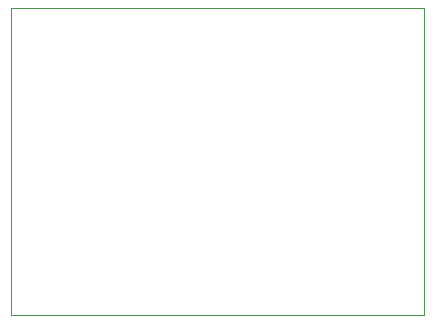
<source format=gbr>
%TF.GenerationSoftware,KiCad,Pcbnew,7.0.6*%
%TF.CreationDate,2023-11-15T02:00:31-08:00*%
%TF.ProjectId,ch422_demo,63683432-325f-4646-956d-6f2e6b696361,rev?*%
%TF.SameCoordinates,PX20015c0PY103b460*%
%TF.FileFunction,Profile,NP*%
%FSLAX46Y46*%
G04 Gerber Fmt 4.6, Leading zero omitted, Abs format (unit mm)*
G04 Created by KiCad (PCBNEW 7.0.6) date 2023-11-15 02:00:31*
%MOMM*%
%LPD*%
G01*
G04 APERTURE LIST*
%TA.AperFunction,Profile*%
%ADD10C,0.100000*%
%TD*%
G04 APERTURE END LIST*
D10*
X0Y0D02*
X35000000Y0D01*
X35000000Y-26000000D01*
X0Y-26000000D01*
X0Y0D01*
M02*

</source>
